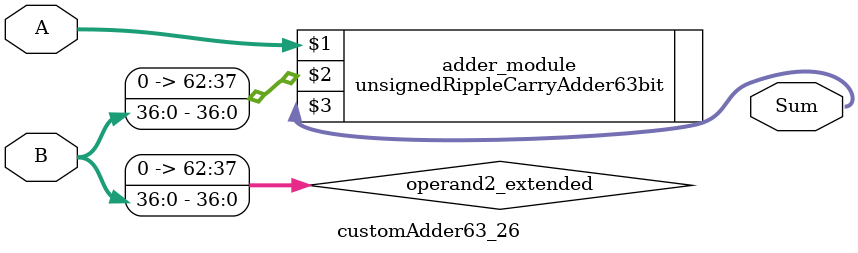
<source format=v>
module customAdder63_26(
                        input [62 : 0] A,
                        input [36 : 0] B,
                        
                        output [63 : 0] Sum
                );

        wire [62 : 0] operand2_extended;
        
        assign operand2_extended =  {26'b0, B};
        
        unsignedRippleCarryAdder63bit adder_module(
            A,
            operand2_extended,
            Sum
        );
        
        endmodule
        
</source>
